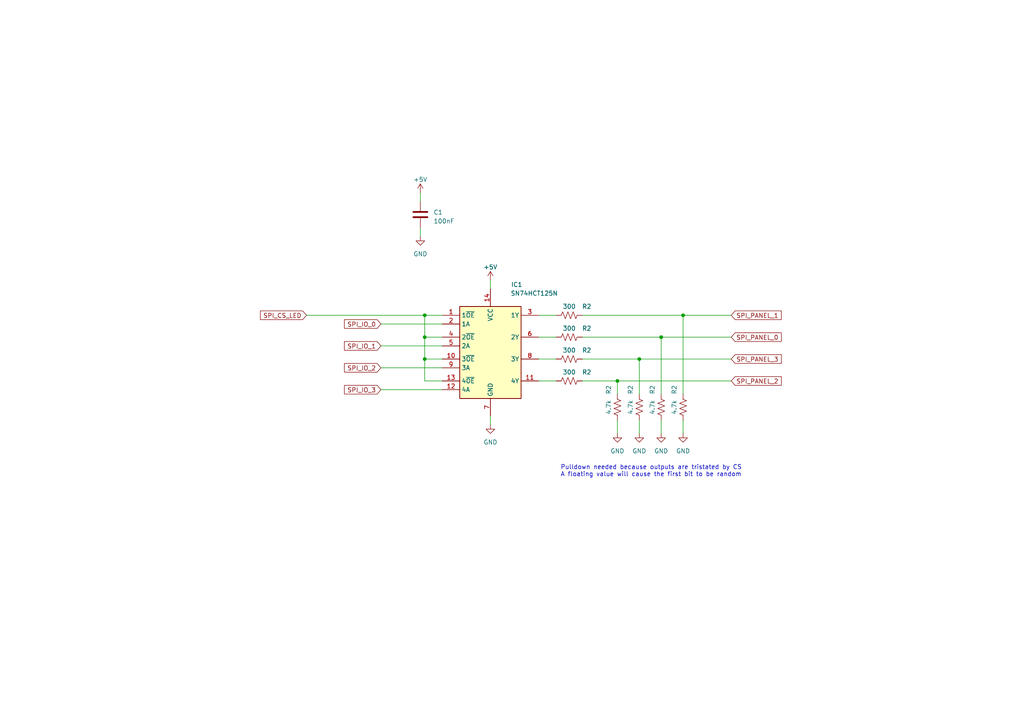
<source format=kicad_sch>
(kicad_sch (version 20230121) (generator eeschema)
  (paper "A4")
  (lib_symbols
    (symbol "Device:C" (pin_numbers hide) (pin_names (offset 0.254))
      (property "Reference" "C" (at 0.635 2.54 0))
      (property "Value" "C" (at 0.635 -2.54 0))
      (symbol "C_0_1"
        (polyline (pts (xy -2.032 -0.762) (xy 2.032 -0.762)) (stroke (width 0.508)))
        (polyline (pts (xy -2.032 0.762) (xy 2.032 0.762)) (stroke (width 0.508)))
      )
      (symbol "C_1_1"
        (pin passive line (at 0 3.81 270) (length 2.794) (name "~") (number "1"))
        (pin passive line (at 0 -3.81 90) (length 2.794) (name "~") (number "2"))
      )
    )
    (symbol "Device:R_US" (pin_numbers hide) (pin_names (offset 0))
      (property "Reference" "R" (at 2.54 0 90))
      (property "Value" "R_US" (at -2.54 0 90))
      (symbol "R_US_0_1"
        (polyline (pts (xy 0 -2.286) (xy 0 -2.54)))
        (polyline (pts (xy 0 2.286) (xy 0 2.54)))
        (polyline (pts (xy 0 -0.762) (xy 1.016 -1.143) (xy 0 -1.524) (xy -1.016 -1.905) (xy 0 -2.286)))
        (polyline (pts (xy 0 0.762) (xy 1.016 0.381) (xy 0 0) (xy -1.016 -0.381) (xy 0 -0.762)))
        (polyline (pts (xy 0 2.286) (xy 1.016 1.905) (xy 0 1.524) (xy -1.016 1.143) (xy 0 0.762)))
      )
      (symbol "R_US_1_1"
        (pin passive line (at 0 3.81 270) (length 1.27) (name "~") (number "1"))
        (pin passive line (at 0 -3.81 90) (length 1.27) (name "~") (number "2"))
      )
    )
    (symbol "ledian-support-board:SN74HCT125N"
      (property "Reference" "IC" (at 6.35 19.05 0))
      (property "Value" "SN74HCT125N" (at 6.35 16.51 0))
      (symbol "SN74HCT125N_1_1"
        (rectangle (start -8.89 12.7) (end 8.89 -13.97) (stroke (width 0.254)) (fill (type background)))
        (pin input line (at -13.97 10.16 0) (length 5.08) (name "1~{OE}") (number "1"))
        (pin input line (at -13.97 -2.54 0) (length 5.08) (name "3~{OE}") (number "10"))
        (pin tri_state line (at 13.97 -8.89 180) (length 5.08) (name "4Y") (number "11"))
        (pin input line (at -13.97 -11.43 0) (length 5.08) (name "4A") (number "12"))
        (pin input line (at -13.97 -8.89 0) (length 5.08) (name "4~{OE}") (number "13"))
        (pin power_in line (at 0 17.78 270) (length 5.08) (name "VCC") (number "14"))
        (pin input line (at -13.97 7.62 0) (length 5.08) (name "1A") (number "2"))
        (pin tri_state line (at 13.97 10.16 180) (length 5.08) (name "1Y") (number "3"))
        (pin input line (at -13.97 3.81 0) (length 5.08) (name "2~{OE}") (number "4"))
        (pin input line (at -13.97 1.27 0) (length 5.08) (name "2A") (number "5"))
        (pin tri_state line (at 13.97 3.81 180) (length 5.08) (name "2Y") (number "6"))
        (pin power_in line (at 0 -19.05 90) (length 5.08) (name "GND") (number "7"))
        (pin tri_state line (at 13.97 -2.54 180) (length 5.08) (name "3Y") (number "8"))
        (pin input line (at -13.97 -5.08 0) (length 5.08) (name "3A") (number "9"))
      )
    )
    (symbol "power:+5V" (power) (pin_names (offset 0))
      (property "Value" "+5V" (at 0 3.556 0))
      (symbol "+5V_0_1"
        (polyline (pts (xy -0.762 1.27) (xy 0 2.54)))
        (polyline (pts (xy 0 0) (xy 0 2.54)))
        (polyline (pts (xy 0 2.54) (xy 0.762 1.27)))
      )
      (symbol "+5V_1_1"
        (pin power_in line (at 0 0 90) (length 0) hide (name "+5V") (number "1"))
      )
    )
    (symbol "power:GND" (power) (pin_names (offset 0))
      (property "Value" "GND" (at 0 -3.81 0))
      (symbol "GND_0_1"
        (polyline (pts (xy 0 0) (xy 0 -1.27) (xy 1.27 -1.27) (xy 0 -2.54) (xy -1.27 -1.27) (xy 0 -1.27)))
      )
      (symbol "GND_1_1"
        (pin power_in line (at 0 0 270) (length 0) hide (name "GND") (number "1"))
      )
    )
  )
  (junction (at 191.77 97.79))
  (junction (at 179.07 110.49))
  (junction (at 123.19 104.14))
  (junction (at 123.19 97.79))
  (junction (at 123.19 91.44))
  (junction (at 185.42 104.14))
  (junction (at 198.12 91.44))
  (wire (pts (xy 191.77 97.79) (xy 191.77 114.3)))
  (wire (pts (xy 88.9 91.44) (xy 123.19 91.44)))
  (wire (pts (xy 110.49 100.33) (xy 128.27 100.33)))
  (wire (pts (xy 185.42 104.14) (xy 185.42 114.3)))
  (wire (pts (xy 179.07 110.49) (xy 212.09 110.49)))
  (wire (pts (xy 110.49 93.98) (xy 128.27 93.98)))
  (wire (pts (xy 123.19 104.14) (xy 128.27 104.14)))
  (wire (pts (xy 168.91 110.49) (xy 179.07 110.49)))
  (wire (pts (xy 110.49 113.03) (xy 128.27 113.03)))
  (wire (pts (xy 156.21 110.49) (xy 161.29 110.49)))
  (wire (pts (xy 121.92 55.88) (xy 121.92 58.42)))
  (wire (pts (xy 198.12 91.44) (xy 212.09 91.44)))
  (wire (pts (xy 185.42 121.92) (xy 185.42 125.73)))
  (wire (pts (xy 142.24 81.28) (xy 142.24 83.82)))
  (wire (pts (xy 156.21 91.44) (xy 161.29 91.44)))
  (wire (pts (xy 168.91 104.14) (xy 185.42 104.14)))
  (wire (pts (xy 128.27 110.49) (xy 123.19 110.49)))
  (wire (pts (xy 121.92 66.04) (xy 121.92 68.58)))
  (wire (pts (xy 198.12 91.44) (xy 198.12 114.3)))
  (wire (pts (xy 156.21 97.79) (xy 161.29 97.79)))
  (wire (pts (xy 142.24 123.19) (xy 142.24 120.65)))
  (wire (pts (xy 123.19 91.44) (xy 123.19 97.79)))
  (wire (pts (xy 123.19 104.14) (xy 123.19 97.79)))
  (wire (pts (xy 168.91 91.44) (xy 198.12 91.44)))
  (wire (pts (xy 191.77 97.79) (xy 212.09 97.79)))
  (wire (pts (xy 123.19 97.79) (xy 128.27 97.79)))
  (wire (pts (xy 179.07 121.92) (xy 179.07 125.73)))
  (wire (pts (xy 156.21 104.14) (xy 161.29 104.14)))
  (wire (pts (xy 198.12 121.92) (xy 198.12 125.73)))
  (wire (pts (xy 185.42 104.14) (xy 212.09 104.14)))
  (wire (pts (xy 191.77 121.92) (xy 191.77 125.73)))
  (wire (pts (xy 110.49 106.68) (xy 128.27 106.68)))
  (wire (pts (xy 123.19 110.49) (xy 123.19 104.14)))
  (wire (pts (xy 123.19 91.44) (xy 128.27 91.44)))
  (wire (pts (xy 168.91 97.79) (xy 191.77 97.79)))
  (wire (pts (xy 179.07 110.49) (xy 179.07 114.3)))
  (text "Pulldown needed because outputs are tristated by CS\nA floating value will cause the first bit to be random" (at 162.56 138.43 0) (effects (font (size 1.27 1.27)) (justify left bottom)))
  (global_label "SPI_CS_LED" (shape input) (at 88.9 91.44 180) (property "Intersheetrefs" "${INTERSHEET_REFS}" (effects hide)))
  (global_label "SPI_IO_1" (shape input) (at 110.49 100.33 180) (property "Intersheetrefs" "${INTERSHEET_REFS}" (effects hide)))
  (global_label "SPI_PANEL_0" (shape input) (at 212.09 97.79 0) (property "Intersheetrefs" "${INTERSHEET_REFS}" (effects hide)))
  (global_label "SPI_PANEL_2" (shape input) (at 212.09 110.49 0) (property "Intersheetrefs" "${INTERSHEET_REFS}" (effects hide)))
  (global_label "SPI_IO_2" (shape input) (at 110.49 106.68 180) (property "Intersheetrefs" "${INTERSHEET_REFS}" (effects hide)))
  (global_label "SPI_PANEL_1" (shape input) (at 212.09 91.44 0) (property "Intersheetrefs" "${INTERSHEET_REFS}" (effects hide)))
  (global_label "SPI_IO_0" (shape input) (at 110.49 93.98 180) (property "Intersheetrefs" "${INTERSHEET_REFS}" (effects hide)))
  (global_label "SPI_PANEL_3" (shape input) (at 212.09 104.14 0) (property "Intersheetrefs" "${INTERSHEET_REFS}" (effects hide)))
  (global_label "SPI_IO_3" (shape input) (at 110.49 113.03 180) (property "Intersheetrefs" "${INTERSHEET_REFS}" (effects hide)))
  (symbol (lib_id "power:+5V") (at 121.92 55.88 0) (unit 1)
    (property "Reference" "#PWR066" (effects hide))
    (property "Value" "+5V" (at 121.92 52.07 0))
  )
  (symbol (lib_id "power:+5V") (at 142.24 81.28 0) (unit 1)
    (property "Reference" "#PWR070" (effects hide))
    (property "Value" "+5V" (at 142.24 77.47 0))
  )
  (symbol (lib_id "power:GND") (at 179.07 125.73 0) (unit 1)
    (property "Reference" "#PWR01" (effects hide))
    (property "Value" "GND" (at 179.07 130.81 0))
    (instances (project "ledian-support-board" (path "" (reference "#PWR01") (unit 1)) (path "" (reference "#PWR01") (unit 1)) (path "" (reference "#PWR029") (unit 1)) (path "" (reference "#PWR094") (unit 1))))
  )
  (symbol (lib_id "power:GND") (at 198.12 125.73 0) (unit 1)
    (property "Reference" "#PWR01" (effects hide))
    (property "Value" "GND" (at 198.12 130.81 0))
    (instances (project "ledian-support-board" (path "" (reference "#PWR01") (unit 1)) (path "" (reference "#PWR01") (unit 1)) (path "" (reference "#PWR029") (unit 1)) (path "" (reference "#PWR097") (unit 1))))
  )
  (symbol (lib_id "Device:R_US") (at 165.1 110.49 90) (unit 1)
    (property "Reference" "R2" (at 170.18 107.95 90))
    (property "Value" "300" (at 165.1 107.95 90))
    (property "Footprint" "Resistor_SMD:R_0805_2012Metric" (effects hide))
    (property "LCSC" "C114529" (effects hide))
    (instances (project "ledian-support-board" (path "" (reference "R2") (unit 1)) (path "" (reference "R2") (unit 1)) (path "" (reference "R26") (unit 1))))
  )
  (symbol (lib_id "power:GND") (at 142.24 123.19 0) (unit 1)
    (property "Reference" "#PWR01" (effects hide))
    (property "Value" "GND" (at 142.24 128.27 0))
    (instances (project "ledian-support-board" (path "" (reference "#PWR01") (unit 1)) (path "" (reference "#PWR01") (unit 1)) (path "" (reference "#PWR029") (unit 1)) (path "" (reference "#PWR072") (unit 1))))
  )
  (symbol (lib_id "Device:R_US") (at 185.42 118.11 180) (unit 1)
    (property "Reference" "R2" (at 182.88 113.03 90))
    (property "Value" "4.7k" (at 182.88 118.11 90))
    (property "Footprint" "Resistor_SMD:R_0805_2012Metric" (effects hide))
    (property "LCSC" "C105427" (effects hide))
    (instances (project "ledian-support-board" (path "" (reference "R2") (unit 1)) (path "" (reference "R2") (unit 1)) (path "" (reference "R35") (unit 1))))
  )
  (symbol (lib_id "power:GND") (at 185.42 125.73 0) (unit 1)
    (property "Reference" "#PWR01" (effects hide))
    (property "Value" "GND" (at 185.42 130.81 0))
    (instances (project "ledian-support-board" (path "" (reference "#PWR01") (unit 1)) (path "" (reference "#PWR01") (unit 1)) (path "" (reference "#PWR029") (unit 1)) (path "" (reference "#PWR095") (unit 1))))
  )
  (symbol (lib_id "Device:R_US") (at 165.1 104.14 90) (unit 1)
    (property "Reference" "R2" (at 170.18 101.6 90))
    (property "Value" "300" (at 165.1 101.6 90))
    (property "Footprint" "Resistor_SMD:R_0805_2012Metric" (effects hide))
    (property "LCSC" "C114529" (effects hide))
    (instances (project "ledian-support-board" (path "" (reference "R2") (unit 1)) (path "" (reference "R2") (unit 1)) (path "" (reference "R24") (unit 1))))
  )
  (symbol (lib_id "power:GND") (at 121.92 68.58 0) (unit 1)
    (property "Reference" "#PWR01" (effects hide))
    (property "Value" "GND" (at 121.92 73.66 0))
    (instances (project "ledian-support-board" (path "" (reference "#PWR01") (unit 1)) (path "" (reference "#PWR01") (unit 1)) (path "" (reference "#PWR029") (unit 1)) (path "" (reference "#PWR068") (unit 1))))
  )
  (symbol (lib_id "Device:R_US") (at 165.1 97.79 90) (unit 1)
    (property "Reference" "R2" (at 170.18 95.25 90))
    (property "Value" "300" (at 165.1 95.25 90))
    (property "Footprint" "Resistor_SMD:R_0805_2012Metric" (effects hide))
    (property "LCSC" "C114529" (effects hide))
    (instances (project "ledian-support-board" (path "" (reference "R2") (unit 1)) (path "" (reference "R2") (unit 1)) (path "" (reference "R22") (unit 1))))
  )
  (symbol (lib_id "power:GND") (at 191.77 125.73 0) (unit 1)
    (property "Reference" "#PWR01" (effects hide))
    (property "Value" "GND" (at 191.77 130.81 0))
    (instances (project "ledian-support-board" (path "" (reference "#PWR01") (unit 1)) (path "" (reference "#PWR01") (unit 1)) (path "" (reference "#PWR029") (unit 1)) (path "" (reference "#PWR096") (unit 1))))
  )
  (symbol (lib_id "ledian-support-board:SN74HCT125N") (at 142.24 101.6 0) (unit 1)
    (property "Reference" "IC1" (at 149.86 82.55 0))
    (property "Value" "SN74HCT125N" (at 154.94 85.09 0))
    (property "Footprint" "Package_SO:SOIC-14_3.9x8.7mm_P1.27mm" (effects hide))
    (property "Datasheet" "https://www.ti.com/lit/ds/symlink/sn74hct125.pdf?ts=1599793969441&ref_url=https%253A%252F%252Fwww.google.com%252F" (effects hide))
    (property "Height" "5.08" (effects hide))
    (property "Mouser Part Number" "595-SN74HCT125NE4" (effects hide))
    (property "Mouser Price/Stock" "https://www.mouser.co.uk/ProductDetail/Texas-Instruments/SN74HCT125NE4?qs=KvTIML%2FcM7xIBoyyUctxgQ%3D%3D" (effects hide))
    (property "Manufacturer_Name" "Texas Instruments" (effects hide))
    (property "Manufacturer_Part_Number" "SN74HCT125NE4" (effects hide))
    (property "LCSC" "C352957" (effects hide))
  )
  (symbol (lib_id "Device:R_US") (at 198.12 118.11 180) (unit 1)
    (property "Reference" "R2" (at 195.58 113.03 90))
    (property "Value" "4.7k" (at 195.58 118.11 90))
    (property "Footprint" "Resistor_SMD:R_0805_2012Metric" (effects hide))
    (property "LCSC" "C105427" (effects hide))
    (instances (project "ledian-support-board" (path "" (reference "R2") (unit 1)) (path "" (reference "R2") (unit 1)) (path "" (reference "R37") (unit 1))))
  )
  (symbol (lib_id "Device:R_US") (at 179.07 118.11 180) (unit 1)
    (property "Reference" "R2" (at 176.53 113.03 90))
    (property "Value" "4.7k" (at 176.53 118.11 90))
    (property "Footprint" "Resistor_SMD:R_0805_2012Metric" (effects hide))
    (property "LCSC" "C105427" (effects hide))
    (instances (project "ledian-support-board" (path "" (reference "R2") (unit 1)) (path "" (reference "R2") (unit 1)) (path "" (reference "R34") (unit 1))))
  )
  (symbol (lib_id "Device:R_US") (at 191.77 118.11 180) (unit 1)
    (property "Reference" "R2" (at 189.23 113.03 90))
    (property "Value" "4.7k" (at 189.23 118.11 90))
    (property "Footprint" "Resistor_SMD:R_0805_2012Metric" (effects hide))
    (property "LCSC" "C105427" (effects hide))
    (instances (project "ledian-support-board" (path "" (reference "R2") (unit 1)) (path "" (reference "R2") (unit 1)) (path "" (reference "R36") (unit 1))))
  )
  (symbol (lib_id "Device:C") (at 121.92 62.23 0) (unit 1)
    (property "Reference" "C1" (at 125.73 61.595 0) (effects (justify left)))
    (property "Value" "100nF" (at 125.73 64.135 0) (effects (justify left)))
    (property "Footprint" "Capacitor_SMD:C_0805_2012Metric" (effects hide))
    (property "LCSC" "C599848" (effects hide))
    (instances (project "ledian-support-board" (path "" (reference "C1") (unit 1)) (path "" (reference "C9") (unit 1)) (path "" (reference "C29") (unit 1))))
  )
  (symbol (lib_id "Device:R_US") (at 165.1 91.44 90) (unit 1)
    (property "Reference" "R2" (at 170.18 88.9 90))
    (property "Value" "300" (at 165.1 88.9 90))
    (property "Footprint" "Resistor_SMD:R_0805_2012Metric" (effects hide))
    (property "LCSC" "C114529" (effects hide))
    (instances (project "ledian-support-board" (path "" (reference "R2") (unit 1)) (path "" (reference "R2") (unit 1)) (path "" (reference "R20") (unit 1))))
  )
)
</source>
